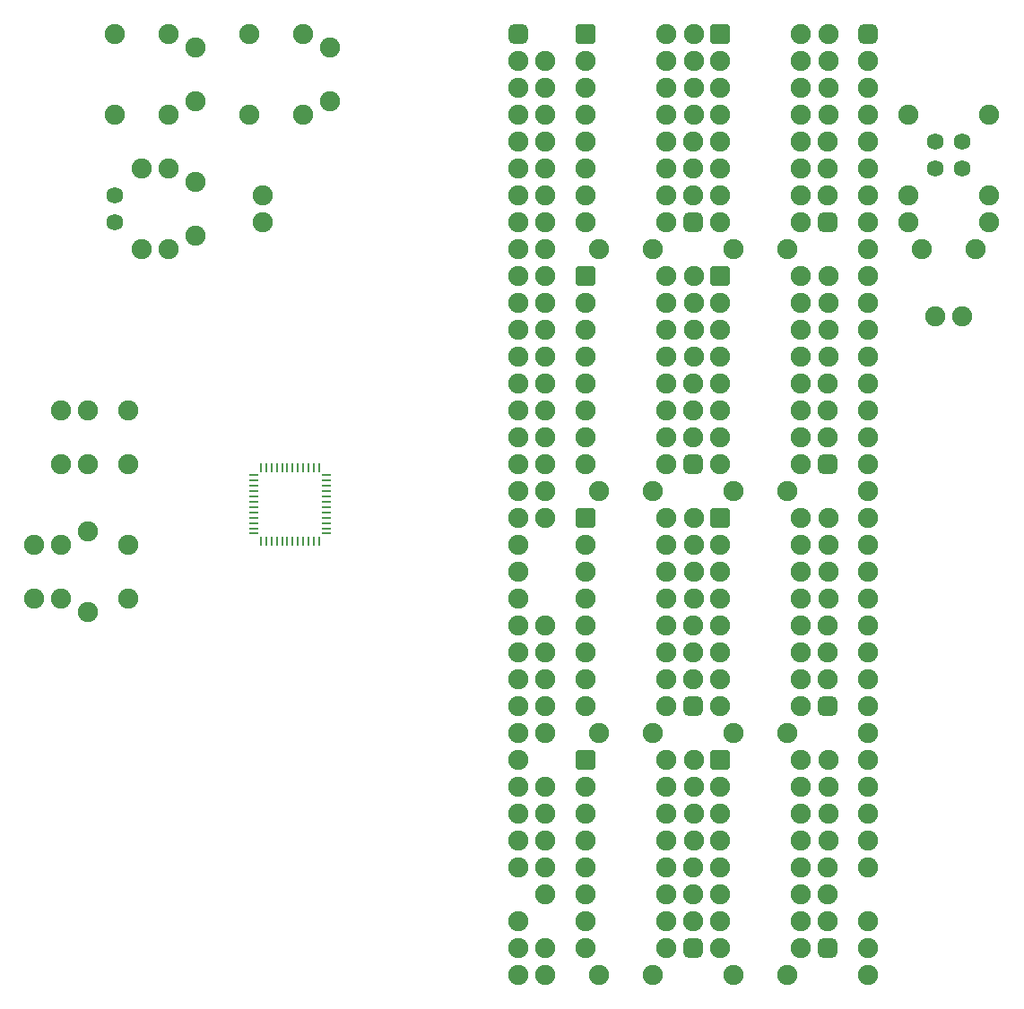
<source format=gbr>
%TF.GenerationSoftware,KiCad,Pcbnew,(6.0.0)*%
%TF.CreationDate,2023-06-08T10:52:07-04:00*%
%TF.ProjectId,CONTROL,434f4e54-524f-44c2-9e6b-696361645f70,rev?*%
%TF.SameCoordinates,Original*%
%TF.FileFunction,Soldermask,Top*%
%TF.FilePolarity,Negative*%
%FSLAX46Y46*%
G04 Gerber Fmt 4.6, Leading zero omitted, Abs format (unit mm)*
G04 Created by KiCad (PCBNEW (6.0.0)) date 2023-06-08 10:52:07*
%MOMM*%
%LPD*%
G01*
G04 APERTURE LIST*
G04 Aperture macros list*
%AMRoundRect*
0 Rectangle with rounded corners*
0 $1 Rounding radius*
0 $2 $3 $4 $5 $6 $7 $8 $9 X,Y pos of 4 corners*
0 Add a 4 corners polygon primitive as box body*
4,1,4,$2,$3,$4,$5,$6,$7,$8,$9,$2,$3,0*
0 Add four circle primitives for the rounded corners*
1,1,$1+$1,$2,$3*
1,1,$1+$1,$4,$5*
1,1,$1+$1,$6,$7*
1,1,$1+$1,$8,$9*
0 Add four rect primitives between the rounded corners*
20,1,$1+$1,$2,$3,$4,$5,0*
20,1,$1+$1,$4,$5,$6,$7,0*
20,1,$1+$1,$6,$7,$8,$9,0*
20,1,$1+$1,$8,$9,$2,$3,0*%
G04 Aperture macros list end*
%ADD10C,1.905000*%
%ADD11RoundRect,0.381000X-0.571500X-0.571500X0.571500X-0.571500X0.571500X0.571500X-0.571500X0.571500X0*%
%ADD12RoundRect,0.635000X0.317500X0.317500X-0.317500X0.317500X-0.317500X-0.317500X0.317500X-0.317500X0*%
%ADD13RoundRect,0.635000X-0.317500X0.317500X-0.317500X-0.317500X0.317500X-0.317500X0.317500X0.317500X0*%
%ADD14C,1.587500*%
%ADD15RoundRect,0.062500X-0.375000X-0.062500X0.375000X-0.062500X0.375000X0.062500X-0.375000X0.062500X0*%
%ADD16RoundRect,0.062500X-0.062500X-0.375000X0.062500X-0.375000X0.062500X0.375000X-0.062500X0.375000X0*%
G04 APERTURE END LIST*
D10*
%TO.C,C4*%
X62230000Y-33020000D03*
X62230000Y-38100000D03*
%TD*%
D11*
%TO.C,IC4*%
X99060000Y-54610000D03*
D10*
X99060000Y-57150000D03*
X99060000Y-59690000D03*
X99060000Y-62230000D03*
X99060000Y-64770000D03*
X99060000Y-67310000D03*
X99060000Y-69850000D03*
X99060000Y-72390000D03*
X106680000Y-72390000D03*
X106680000Y-69850000D03*
X106680000Y-67310000D03*
X106680000Y-64770000D03*
X106680000Y-62230000D03*
X106680000Y-59690000D03*
X106680000Y-57150000D03*
X106680000Y-54610000D03*
%TD*%
D12*
%TO.C,RN5*%
X109220000Y-95250000D03*
D10*
X109220000Y-92710000D03*
X109220000Y-90170000D03*
X109220000Y-87630000D03*
X109242592Y-85091408D03*
X109242592Y-82551408D03*
X109242592Y-80010000D03*
X109242592Y-77470000D03*
%TD*%
D11*
%TO.C,IC5*%
X86360000Y-77470000D03*
D10*
X86360000Y-80010000D03*
X86360000Y-82550000D03*
X86360000Y-85090000D03*
X86360000Y-87630000D03*
X86360000Y-90170000D03*
X86360000Y-92710000D03*
X86360000Y-95250000D03*
X93980000Y-95250000D03*
X93980000Y-92710000D03*
X93980000Y-90170000D03*
X93980000Y-87630000D03*
X93980000Y-85090000D03*
X93980000Y-82550000D03*
X93980000Y-80010000D03*
X93980000Y-77470000D03*
%TD*%
%TO.C,D1*%
X46990000Y-52070000D03*
X46990000Y-44450000D03*
%TD*%
D11*
%TO.C,IC1*%
X86360000Y-31750000D03*
D10*
X86360000Y-34290000D03*
X86360000Y-36830000D03*
X86360000Y-39370000D03*
X86360000Y-41910000D03*
X86360000Y-44450000D03*
X86360000Y-46990000D03*
X86360000Y-49530000D03*
X93980000Y-49530000D03*
X93980000Y-46990000D03*
X93980000Y-44450000D03*
X93980000Y-41910000D03*
X93980000Y-39370000D03*
X93980000Y-36830000D03*
X93980000Y-34290000D03*
X93980000Y-31750000D03*
%TD*%
%TO.C,C12*%
X92710000Y-74930000D03*
X87630000Y-74930000D03*
%TD*%
%TO.C,D0*%
X124460000Y-49530000D03*
X116840000Y-49530000D03*
%TD*%
D11*
%TO.C,IC7*%
X86360000Y-100330000D03*
D10*
X86360000Y-102870000D03*
X86360000Y-105410000D03*
X86360000Y-107950000D03*
X86360000Y-110490000D03*
X86360000Y-113030000D03*
X86360000Y-115570000D03*
X86360000Y-118110000D03*
X93980000Y-118110000D03*
X93980000Y-115570000D03*
X93980000Y-113030000D03*
X93980000Y-110490000D03*
X93980000Y-107950000D03*
X93980000Y-105410000D03*
X93980000Y-102870000D03*
X93980000Y-100330000D03*
%TD*%
D13*
%TO.C,H0*%
X80010000Y-31750000D03*
D10*
X80010000Y-34290000D03*
X80010000Y-36830000D03*
X80010000Y-39370000D03*
X80010000Y-41910000D03*
X80010000Y-44450000D03*
X80010000Y-46990000D03*
X80010000Y-49530000D03*
X80010000Y-52070000D03*
X80010000Y-54610000D03*
X80010000Y-57150000D03*
X80010000Y-59690000D03*
X80010000Y-62230000D03*
X80010000Y-64770000D03*
X80010000Y-67310000D03*
X80010000Y-69850000D03*
X80010000Y-72390000D03*
X80010000Y-74930000D03*
X80010000Y-77470000D03*
X80010000Y-80010000D03*
X80010000Y-82550000D03*
X80010000Y-85090000D03*
X80010000Y-87630000D03*
X80010000Y-90170000D03*
X80010000Y-92710000D03*
X80010000Y-95250000D03*
X80010000Y-97790000D03*
X80010000Y-100330000D03*
X80010000Y-102870000D03*
X80010000Y-105410000D03*
X80010000Y-107950000D03*
X80010000Y-110490000D03*
X80010000Y-115570000D03*
X80010000Y-118110000D03*
X80010000Y-120650000D03*
X82550000Y-120650000D03*
X82550000Y-118110000D03*
X82550000Y-113030000D03*
X82550000Y-110490000D03*
X82550000Y-107950000D03*
X82550000Y-105410000D03*
X82550000Y-102870000D03*
X82550000Y-97790000D03*
X82550000Y-95250000D03*
X82550000Y-92710000D03*
X82550000Y-90170000D03*
X82550000Y-87630000D03*
X82550000Y-77470000D03*
X82550000Y-74930000D03*
X82550000Y-72390000D03*
X82550000Y-69850000D03*
X82550000Y-67310000D03*
X82550000Y-64770000D03*
X82550000Y-62230000D03*
X82550000Y-59690000D03*
X82550000Y-57150000D03*
X82550000Y-54610000D03*
X82550000Y-52070000D03*
X82550000Y-49530000D03*
X82550000Y-46990000D03*
X82550000Y-44450000D03*
X82550000Y-41910000D03*
X82550000Y-39370000D03*
X82550000Y-36830000D03*
X82550000Y-34290000D03*
%TD*%
%TO.C,C8*%
X34290000Y-80010000D03*
X34290000Y-85090000D03*
%TD*%
%TO.C,C13*%
X105410000Y-74930000D03*
X100330000Y-74930000D03*
%TD*%
%TO.C,S0*%
X54610000Y-31750000D03*
X54610000Y-39370000D03*
%TD*%
%TO.C,R2*%
X124460000Y-46990000D03*
X116840000Y-46990000D03*
%TD*%
%TO.C,R0*%
X59690000Y-39370000D03*
X59690000Y-31750000D03*
%TD*%
%TO.C,C10*%
X92710000Y-52070000D03*
X87630000Y-52070000D03*
%TD*%
D11*
%TO.C,IC2*%
X99060000Y-31750000D03*
D10*
X99060000Y-34290000D03*
X99060000Y-36830000D03*
X99060000Y-39370000D03*
X99060000Y-41910000D03*
X99060000Y-44450000D03*
X99060000Y-46990000D03*
X99060000Y-49530000D03*
X106680000Y-49530000D03*
X106680000Y-46990000D03*
X106680000Y-44450000D03*
X106680000Y-41910000D03*
X106680000Y-39370000D03*
X106680000Y-36830000D03*
X106680000Y-34290000D03*
X106680000Y-31750000D03*
%TD*%
%TO.C,C14*%
X92710000Y-97790000D03*
X87630000Y-97790000D03*
%TD*%
%TO.C,C11*%
X105410000Y-52070000D03*
X100330000Y-52070000D03*
%TD*%
%TO.C,C6*%
X39370000Y-67310000D03*
X39370000Y-72390000D03*
%TD*%
%TO.C,C7*%
X36830000Y-72390000D03*
X36830000Y-67310000D03*
%TD*%
D14*
%TO.C,D4*%
X119380000Y-41910000D03*
X121920000Y-41910000D03*
%TD*%
D10*
%TO.C,C9*%
X36830000Y-85090000D03*
X36830000Y-80010000D03*
%TD*%
%TO.C,C15*%
X105410000Y-97790000D03*
X100330000Y-97790000D03*
%TD*%
%TO.C,R1*%
X46990000Y-39370000D03*
X46990000Y-31750000D03*
%TD*%
%TO.C,C1*%
X121920000Y-58420000D03*
X119380000Y-58420000D03*
%TD*%
D12*
%TO.C,RN4*%
X96520000Y-95250000D03*
D10*
X96520000Y-92710000D03*
X96520000Y-90170000D03*
X96520000Y-87630000D03*
X96542592Y-85091408D03*
X96542592Y-82551408D03*
X96542592Y-80010000D03*
X96542592Y-77470000D03*
%TD*%
%TO.C,R3*%
X44450000Y-52070000D03*
X44450000Y-44450000D03*
%TD*%
%TO.C,C3*%
X123190000Y-52070000D03*
X118110000Y-52070000D03*
%TD*%
%TO.C,C2*%
X49530000Y-50800000D03*
X49530000Y-45720000D03*
%TD*%
%TO.C,R4*%
X116840000Y-39370000D03*
X124460000Y-39370000D03*
%TD*%
%TO.C,C16*%
X92710000Y-120650000D03*
X87630000Y-120650000D03*
%TD*%
D12*
%TO.C,RN3*%
X109220000Y-72390000D03*
D10*
X109220000Y-69850000D03*
X109220000Y-67310000D03*
X109220000Y-64770000D03*
X109242592Y-62231408D03*
X109242592Y-59691408D03*
X109242592Y-57150000D03*
X109242592Y-54610000D03*
%TD*%
D12*
%TO.C,RN1*%
X109220000Y-49530000D03*
D10*
X109220000Y-46990000D03*
X109220000Y-44450000D03*
X109220000Y-41910000D03*
X109242592Y-39371408D03*
X109242592Y-36831408D03*
X109242592Y-34290000D03*
X109242592Y-31750000D03*
%TD*%
D11*
%TO.C,IC8*%
X99060000Y-100330000D03*
D10*
X99060000Y-102870000D03*
X99060000Y-105410000D03*
X99060000Y-107950000D03*
X99060000Y-110490000D03*
X99060000Y-113030000D03*
X99060000Y-115570000D03*
X99060000Y-118110000D03*
X106680000Y-118110000D03*
X106680000Y-115570000D03*
X106680000Y-113030000D03*
X106680000Y-110490000D03*
X106680000Y-107950000D03*
X106680000Y-105410000D03*
X106680000Y-102870000D03*
X106680000Y-100330000D03*
%TD*%
%TO.C,R7*%
X39370000Y-86360000D03*
X39370000Y-78740000D03*
%TD*%
D14*
%TO.C,D3*%
X41910000Y-49530000D03*
X41910000Y-46990000D03*
%TD*%
D12*
%TO.C,RN2*%
X96520000Y-72390000D03*
D10*
X96520000Y-69850000D03*
X96520000Y-67310000D03*
X96520000Y-64770000D03*
X96542592Y-62231408D03*
X96542592Y-59691408D03*
X96542592Y-57150000D03*
X96542592Y-54610000D03*
%TD*%
D12*
%TO.C,RN0*%
X96520000Y-49530000D03*
D10*
X96520000Y-46990000D03*
X96520000Y-44450000D03*
X96520000Y-41910000D03*
X96542592Y-39371408D03*
X96542592Y-36831408D03*
X96542592Y-34290000D03*
X96542592Y-31750000D03*
%TD*%
%TO.C,X1*%
X43180000Y-85090000D03*
X43180000Y-80010000D03*
%TD*%
D12*
%TO.C,RN7*%
X109220000Y-118110000D03*
D10*
X109220000Y-115570000D03*
X109220000Y-113030000D03*
X109220000Y-110490000D03*
X109242592Y-107951408D03*
X109242592Y-105411408D03*
X109242592Y-102870000D03*
X109242592Y-100330000D03*
%TD*%
%TO.C,S1*%
X41910000Y-31750000D03*
X41910000Y-39370000D03*
%TD*%
%TO.C,C0*%
X55880000Y-49530000D03*
X55880000Y-46990000D03*
%TD*%
D11*
%TO.C,IC3*%
X86360000Y-54610000D03*
D10*
X86360000Y-57150000D03*
X86360000Y-59690000D03*
X86360000Y-62230000D03*
X86360000Y-64770000D03*
X86360000Y-67310000D03*
X86360000Y-69850000D03*
X86360000Y-72390000D03*
X93980000Y-72390000D03*
X93980000Y-69850000D03*
X93980000Y-67310000D03*
X93980000Y-64770000D03*
X93980000Y-62230000D03*
X93980000Y-59690000D03*
X93980000Y-57150000D03*
X93980000Y-54610000D03*
%TD*%
D14*
%TO.C,D2*%
X121920000Y-44450000D03*
X119380000Y-44450000D03*
%TD*%
D15*
%TO.C,IC0*%
X54982500Y-73450000D03*
X54982500Y-73950000D03*
X54982500Y-74450000D03*
X54982500Y-74950000D03*
X54982500Y-75450000D03*
X54982500Y-75950000D03*
X54982500Y-76450000D03*
X54982500Y-76950000D03*
X54982500Y-77450000D03*
X54982500Y-77950000D03*
X54982500Y-78450000D03*
X54982500Y-78950000D03*
D16*
X55670000Y-79637500D03*
X56170000Y-79637500D03*
X56670000Y-79637500D03*
X57170000Y-79637500D03*
X57670000Y-79637500D03*
X58170000Y-79637500D03*
X58670000Y-79637500D03*
X59170000Y-79637500D03*
X59670000Y-79637500D03*
X60170000Y-79637500D03*
X60670000Y-79637500D03*
X61170000Y-79637500D03*
D15*
X61857500Y-78950000D03*
X61857500Y-78450000D03*
X61857500Y-77950000D03*
X61857500Y-77450000D03*
X61857500Y-76950000D03*
X61857500Y-76450000D03*
X61857500Y-75950000D03*
X61857500Y-75450000D03*
X61857500Y-74950000D03*
X61857500Y-74450000D03*
X61857500Y-73950000D03*
X61857500Y-73450000D03*
D16*
X61170000Y-72762500D03*
X60670000Y-72762500D03*
X60170000Y-72762500D03*
X59670000Y-72762500D03*
X59170000Y-72762500D03*
X58670000Y-72762500D03*
X58170000Y-72762500D03*
X57670000Y-72762500D03*
X57170000Y-72762500D03*
X56670000Y-72762500D03*
X56170000Y-72762500D03*
X55670000Y-72762500D03*
%TD*%
D13*
%TO.C,H1*%
X113030000Y-31750000D03*
D10*
X113030000Y-34290000D03*
X113030000Y-36830000D03*
X113030000Y-39370000D03*
X113030000Y-41910000D03*
X113030000Y-44450000D03*
X113030000Y-46990000D03*
X113030000Y-49530000D03*
X113030000Y-52070000D03*
X113030000Y-54610000D03*
X113030000Y-57150000D03*
X113030000Y-59690000D03*
X113030000Y-62230000D03*
X113030000Y-64770000D03*
X113030000Y-67310000D03*
X113030000Y-69850000D03*
X113030000Y-72390000D03*
X113030000Y-74930000D03*
X113030000Y-77470000D03*
X113030000Y-80010000D03*
X113030000Y-82550000D03*
X113030000Y-85090000D03*
X113030000Y-87630000D03*
X113030000Y-90170000D03*
X113030000Y-92710000D03*
X113030000Y-95250000D03*
X113030000Y-97790000D03*
X113030000Y-100330000D03*
X113030000Y-102870000D03*
X113030000Y-105410000D03*
X113030000Y-107950000D03*
X113030000Y-110490000D03*
X113030000Y-115570000D03*
X113030000Y-118110000D03*
X113030000Y-120650000D03*
%TD*%
%TO.C,X0*%
X43180000Y-72390000D03*
X43180000Y-67310000D03*
%TD*%
%TO.C,C17*%
X105410000Y-120650000D03*
X100330000Y-120650000D03*
%TD*%
D11*
%TO.C,IC6*%
X99060000Y-77470000D03*
D10*
X99060000Y-80010000D03*
X99060000Y-82550000D03*
X99060000Y-85090000D03*
X99060000Y-87630000D03*
X99060000Y-90170000D03*
X99060000Y-92710000D03*
X99060000Y-95250000D03*
X106680000Y-95250000D03*
X106680000Y-92710000D03*
X106680000Y-90170000D03*
X106680000Y-87630000D03*
X106680000Y-85090000D03*
X106680000Y-82550000D03*
X106680000Y-80010000D03*
X106680000Y-77470000D03*
%TD*%
D12*
%TO.C,RN6*%
X96520000Y-118110000D03*
D10*
X96520000Y-115570000D03*
X96520000Y-113030000D03*
X96520000Y-110490000D03*
X96542592Y-107951408D03*
X96542592Y-105411408D03*
X96542592Y-102870000D03*
X96542592Y-100330000D03*
%TD*%
%TO.C,C5*%
X49530000Y-33020000D03*
X49530000Y-38100000D03*
%TD*%
M02*

</source>
